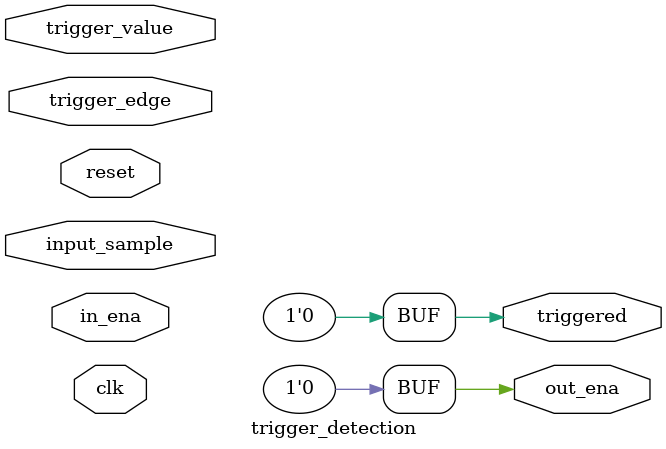
<source format=v>

/*
    Trigger detection module

    This module detects when the input signal crosses a determinated value.
    It can be configured to detect positive and negative edges.
    The output is a single bit that becames one during one clock each time the
    crossing condition is met.

    Note #1:
    This module only detects the crossing. The logic involving the selection of
    the source of trigger belongs outside this module.

    Note #2:
    The current implementation (0.1) has a delay of 1 (ONE) sample, meaning that
    a crossing detection corresponds to a previous sample.

    IMPORTANT:
    Since at the moment (2017/07/19) the controlled enviroment for testbench is
    not developed, this was NOT TESTED!

    Authors:
                AD      Andres Demski
                AK      Ariel Kukulanski
                IP      Ivan Paunovic
                NC      Nahuel Carducci

    Version:
                Date            Number          Name            Modified by     Comment
                2017/07/19      0.1             Crossing        AK              First version. UNTESTED!

    ToDo:
                Date            Suggested by    Priority    Activity                Description
                2017/07/19      AK              High        TEST                    Make testbench!
                2017/07/19      AK              Low         Add complexity          Filter, avoid false detections due to noise

    Releases:   In development ...

*/
`timescale 1ns/1ps
module trigger_detection  (
    input       clk,                // clock
    input       reset,              // asynchronous reset
    input       trigger_edge,       // positive or negative edge
    input [7:0] trigger_value,      // trigger value
    input [7:0] input_sample,       // input samples of the trigger source
    input       in_ena,             // sample available for read
    output      out_ena=0,          // valid output sample
    output      triggered=0         // trigger detected
);
    parameter CLOCK_PERIOD_NS = 10;

    // Configured edge
    localparam positive_edge=1'b0, negative_edge=1'b1;

    // Finite State Machine
    reg [1:0] state;            // State register
    localparam  disabled=0,     // Detection disabled.
                searching=1,    // First condition not met: waiting for signal to be under (over) trigger value, when searching for positive (negative) edge
                validating=2,   // First contition met: signal under (over) trigger value, when searching for positive (negative) edge
                found=3;        // Second condition met: Signal crossed the trigger value.

     always @(posedge clk or posedge reset) begin
        triggered <= 1'b0;
        if (reset) begin
            state <= disabled;
            out_ena <= 1'b0;
        end else begin
            out_ena <= in_ena;
            case (state)

                disabled:
                    state <= searching;

                searching:
                    case (trigger_edge)
                     positive_edge:
                         if(input_sample < trigger_value) state <= validating;
                     negative_edge:
                         if(input_sample > trigger_value) state <= validating;
                    endcase

                validating:
                    case (trigger_edge)
                     positive_edge:
                        if(input_sample >= trigger_value) begin
                            state <= searching;
                            triggered <= 1'b1;
                        end
                     negative_edge:
                        if(input_sample <= trigger_value) begin
                            state <= searching;
                            triggered <= 1'b1;
                        end
                    endcase

                default:
                    state <= searching;
            endcase
        end
    end

    `ifdef COCOTB_SIM
    initial begin
      $dumpfile ("waveform.vcd");
      $dumpvars (0,trigger_detection);
      #1;
    end
    `endif

endmodule

</source>
